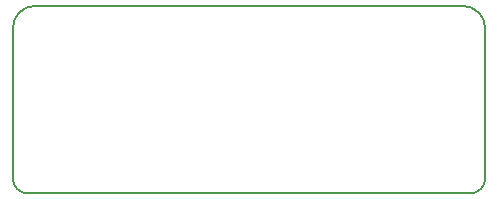
<source format=gbr>
G04 #@! TF.FileFunction,Profile,NP*
%FSLAX46Y46*%
G04 Gerber Fmt 4.6, Leading zero omitted, Abs format (unit mm)*
G04 Created by KiCad (PCBNEW 4.0.4-stable) date 03/20/17 12:43:44*
%MOMM*%
%LPD*%
G01*
G04 APERTURE LIST*
%ADD10C,0.100000*%
%ADD11C,0.150000*%
G04 APERTURE END LIST*
D10*
D11*
X174625000Y-97155000D02*
X138430000Y-97155000D01*
X175260000Y-113030000D02*
X174625000Y-113030000D01*
X175260000Y-113030000D02*
G75*
G03X176530000Y-111760000I0J1270000D01*
G01*
X136525000Y-111760000D02*
G75*
G03X137795000Y-113030000I1270000J0D01*
G01*
X138430000Y-97155000D02*
G75*
G03X136525000Y-99060000I0J-1905000D01*
G01*
X176530000Y-99060000D02*
G75*
G03X174625000Y-97155000I-1905000J0D01*
G01*
X136525000Y-111760000D02*
X136525000Y-99060000D01*
X174625000Y-113030000D02*
X137795000Y-113030000D01*
X176530000Y-99060000D02*
X176530000Y-111760000D01*
M02*

</source>
